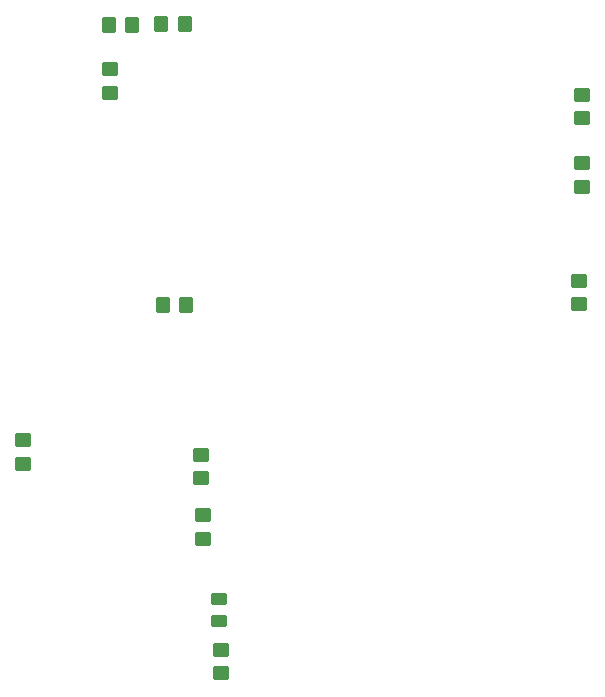
<source format=gtp>
G04 #@! TF.GenerationSoftware,KiCad,Pcbnew,(6.0.9)*
G04 #@! TF.CreationDate,2022-12-01T15:56:23+01:00*
G04 #@! TF.ProjectId,Twin-T,5477696e-2d54-42e6-9b69-6361645f7063,rev?*
G04 #@! TF.SameCoordinates,Original*
G04 #@! TF.FileFunction,Paste,Top*
G04 #@! TF.FilePolarity,Positive*
%FSLAX46Y46*%
G04 Gerber Fmt 4.6, Leading zero omitted, Abs format (unit mm)*
G04 Created by KiCad (PCBNEW (6.0.9)) date 2022-12-01 15:56:23*
%MOMM*%
%LPD*%
G01*
G04 APERTURE LIST*
G04 Aperture macros list*
%AMRoundRect*
0 Rectangle with rounded corners*
0 $1 Rounding radius*
0 $2 $3 $4 $5 $6 $7 $8 $9 X,Y pos of 4 corners*
0 Add a 4 corners polygon primitive as box body*
4,1,4,$2,$3,$4,$5,$6,$7,$8,$9,$2,$3,0*
0 Add four circle primitives for the rounded corners*
1,1,$1+$1,$2,$3*
1,1,$1+$1,$4,$5*
1,1,$1+$1,$6,$7*
1,1,$1+$1,$8,$9*
0 Add four rect primitives between the rounded corners*
20,1,$1+$1,$2,$3,$4,$5,0*
20,1,$1+$1,$4,$5,$6,$7,0*
20,1,$1+$1,$6,$7,$8,$9,0*
20,1,$1+$1,$8,$9,$2,$3,0*%
G04 Aperture macros list end*
%ADD10RoundRect,0.250000X0.450000X-0.350000X0.450000X0.350000X-0.450000X0.350000X-0.450000X-0.350000X0*%
%ADD11RoundRect,0.250000X0.350000X0.450000X-0.350000X0.450000X-0.350000X-0.450000X0.350000X-0.450000X0*%
%ADD12RoundRect,0.250000X-0.350000X-0.450000X0.350000X-0.450000X0.350000X0.450000X-0.350000X0.450000X0*%
%ADD13RoundRect,0.250000X-0.450000X0.262500X-0.450000X-0.262500X0.450000X-0.262500X0.450000X0.262500X0*%
G04 APERTURE END LIST*
D10*
X121021600Y-76777600D03*
X121021600Y-74777600D03*
D11*
X127492000Y-94742000D03*
X125492000Y-94742000D03*
D10*
X161036000Y-78962000D03*
X161036000Y-76962000D03*
X160782000Y-94726000D03*
X160782000Y-92726000D03*
X128930400Y-114572800D03*
X128930400Y-112572800D03*
D12*
X125355600Y-71018400D03*
X127355600Y-71018400D03*
D10*
X130403600Y-125952000D03*
X130403600Y-123952000D03*
D12*
X120936000Y-71069200D03*
X122936000Y-71069200D03*
D10*
X113639600Y-108238800D03*
X113639600Y-106238800D03*
X160985200Y-84785200D03*
X160985200Y-82785200D03*
D13*
X130302000Y-119684800D03*
X130302000Y-121509800D03*
D10*
X128778000Y-109458000D03*
X128778000Y-107458000D03*
M02*

</source>
